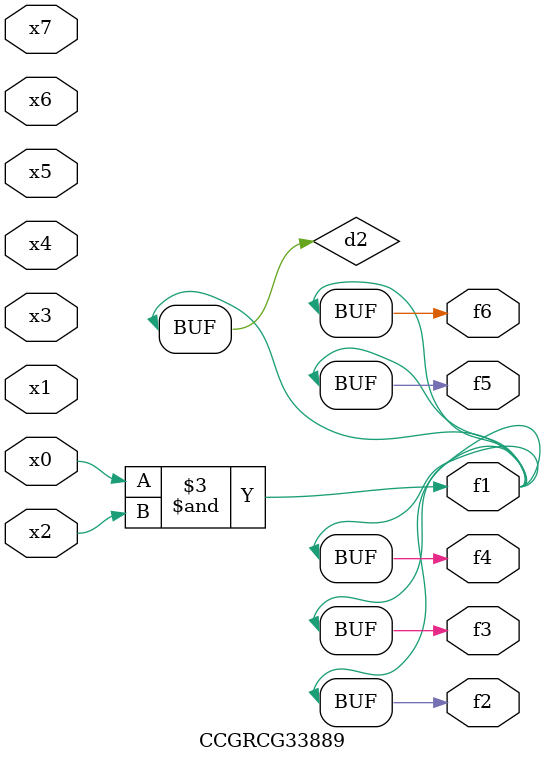
<source format=v>
module CCGRCG33889(
	input x0, x1, x2, x3, x4, x5, x6, x7,
	output f1, f2, f3, f4, f5, f6
);

	wire d1, d2;

	nor (d1, x3, x6);
	and (d2, x0, x2);
	assign f1 = d2;
	assign f2 = d2;
	assign f3 = d2;
	assign f4 = d2;
	assign f5 = d2;
	assign f6 = d2;
endmodule

</source>
